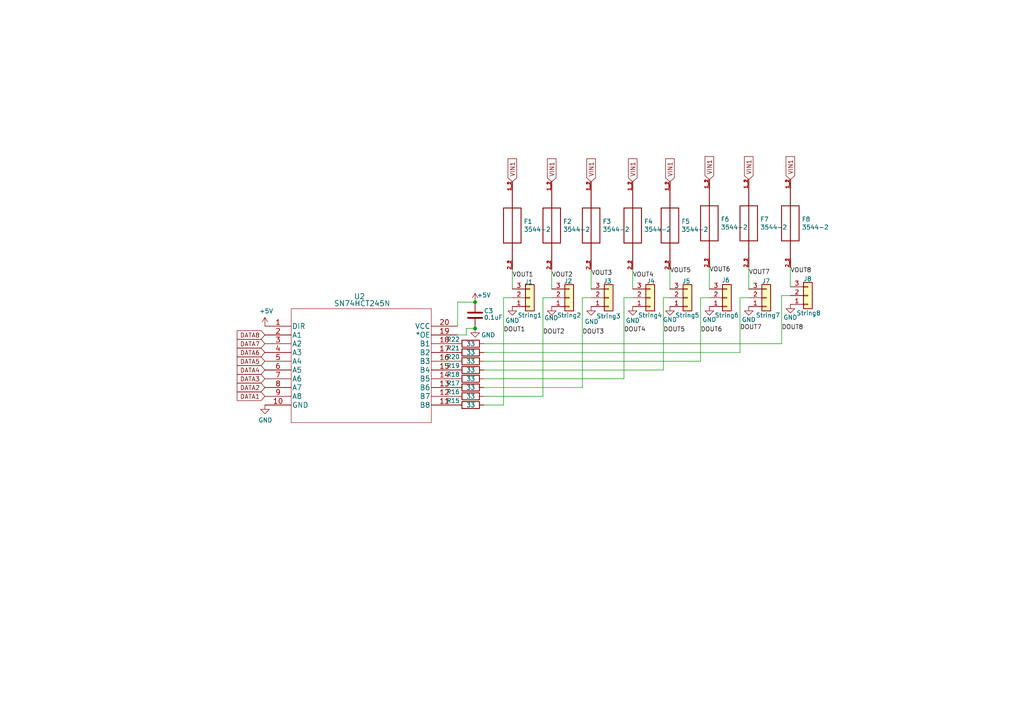
<source format=kicad_sch>
(kicad_sch (version 20211123) (generator eeschema)
  (paper "A4")
  (title_block (title "Pi_Zero_W_16") (date "2022-08-20") (rev "v1") (company "Scott Hanson"))
  (lib_symbols
    (symbol "Connector_Generic:Conn_01x03" (pin_names (offset 1.016) hide)
      (property "Reference" "J" (at 0 5.08 0))
      (property "Value" "Conn_01x03" (at 0 -5.08 0))
      (symbol "Conn_01x03_1_1"
        (rectangle (start -1.27 -2.413) (end 0 -2.667) (stroke (width 0.1524)))
        (rectangle (start -1.27 0.127) (end 0 -0.127) (stroke (width 0.1524)))
        (rectangle (start -1.27 2.667) (end 0 2.413) (stroke (width 0.1524)))
        (rectangle (start -1.27 3.81) (end 1.27 -3.81) (stroke (width 0.254)) (fill (type background)))
        (pin passive line (at -5.08 2.54 0) (length 3.81) (name "Pin_1") (number "1"))
        (pin passive line (at -5.08 0 0) (length 3.81) (name "Pin_2") (number "2"))
        (pin passive line (at -5.08 -2.54 0) (length 3.81) (name "Pin_3") (number "3"))
      )
    )
    (symbol "Device:R" (pin_numbers hide) (pin_names (offset 0))
      (property "Reference" "R" (at 2.032 0 90))
      (property "Value" "R" (at 0 0 90))
      (symbol "R_0_1"
        (rectangle (start -1.016 -2.54) (end 1.016 2.54) (stroke (width 0.254)))
      )
      (symbol "R_1_1"
        (pin passive line (at 0 3.81 270) (length 1.27) (name "~") (number "1"))
        (pin passive line (at 0 -3.81 90) (length 1.27) (name "~") (number "2"))
      )
    )
    (symbol "Pi_Zero_W_16-rescue:3544-2-Keystone_Fuse" (pin_names (offset 1.016) hide)
      (property "Reference" "F" (at -5.08 3.302 0))
      (property "Value" "3544-2-Keystone_Fuse" (at -5.08 -5.08 0))
      (symbol "3544-2-Keystone_Fuse_0_0"
        (polyline (pts (xy -12.7 0) (xy 12.7 0)) (stroke (width 0.254)))
        (polyline (pts (xy -5.08 -2.54) (xy -5.08 2.54)) (stroke (width 0.254)))
        (polyline (pts (xy -5.08 2.54) (xy 5.08 2.54)) (stroke (width 0.254)))
        (polyline (pts (xy 5.08 -2.54) (xy -5.08 -2.54)) (stroke (width 0.254)))
        (polyline (pts (xy 5.08 2.54) (xy 5.08 -2.54)) (stroke (width 0.254)))
        (pin passive line (at -12.7 0 0) (length 2.54) (name "1") (number "1_1"))
        (pin passive line (at -12.7 0 0) (length 2.54) (name "1") (number "1_2"))
        (pin passive line (at 12.7 0 180) (length 2.54) (name "2") (number "2_1"))
        (pin passive line (at 12.7 0 180) (length 2.54) (name "2") (number "2_2"))
      )
    )
    (symbol "Pi_Zero_W_16-rescue:C-Device" (pin_numbers hide) (pin_names (offset 0.254))
      (property "Reference" "C" (at 0.635 2.54 0))
      (property "Value" "C-Device" (at 0.635 -2.54 0))
      (symbol "C-Device_0_1"
        (polyline (pts (xy -2.032 -0.762) (xy 2.032 -0.762)) (stroke (width 0.508)))
        (polyline (pts (xy -2.032 0.762) (xy 2.032 0.762)) (stroke (width 0.508)))
      )
      (symbol "C-Device_1_1"
        (pin passive line (at 0 3.81 270) (length 2.794) (name "~") (number "1"))
        (pin passive line (at 0 -3.81 90) (length 2.794) (name "~") (number "2"))
      )
    )
    (symbol "Pi_Zero_W_16-rescue:SN74HCT245N-SN74HCT245N" (pin_names (offset 0.254))
      (property "Reference" "U" (at 27.94 10.16 0))
      (property "Value" "SN74HCT245N-SN74HCT245N" (at 27.94 7.62 0))
      (symbol "SN74HCT245N-SN74HCT245N_1_0"
        (polyline (pts (xy 7.62 -27.94) (xy 48.26 -27.94)) (stroke (width 0.127)))
        (polyline (pts (xy 7.62 5.08) (xy 7.62 -27.94)) (stroke (width 0.127)))
        (polyline (pts (xy 48.26 -27.94) (xy 48.26 5.08)) (stroke (width 0.127)))
        (polyline (pts (xy 48.26 5.08) (xy 7.62 5.08)) (stroke (width 0.127)))
        (pin input line (at 0 0 0) (length 7.62) (name "DIR") (number "1"))
        (pin power_in line (at 0 -22.86 0) (length 7.62) (name "GND") (number "10"))
        (pin bidirectional line (at 55.88 -22.86 180) (length 7.62) (name "B8") (number "11"))
        (pin bidirectional line (at 55.88 -20.32 180) (length 7.62) (name "B7") (number "12"))
        (pin bidirectional line (at 55.88 -17.78 180) (length 7.62) (name "B6") (number "13"))
        (pin bidirectional line (at 55.88 -15.24 180) (length 7.62) (name "B5") (number "14"))
        (pin bidirectional line (at 55.88 -12.7 180) (length 7.62) (name "B4") (number "15"))
        (pin bidirectional line (at 55.88 -10.16 180) (length 7.62) (name "B3") (number "16"))
        (pin bidirectional line (at 55.88 -7.62 180) (length 7.62) (name "B2") (number "17"))
        (pin bidirectional line (at 55.88 -5.08 180) (length 7.62) (name "B1") (number "18"))
        (pin input line (at 55.88 -2.54 180) (length 7.62) (name "*OE") (number "19"))
        (pin bidirectional line (at 0 -2.54 0) (length 7.62) (name "A1") (number "2"))
        (pin power_in line (at 55.88 0 180) (length 7.62) (name "VCC") (number "20"))
        (pin bidirectional line (at 0 -5.08 0) (length 7.62) (name "A2") (number "3"))
        (pin bidirectional line (at 0 -7.62 0) (length 7.62) (name "A3") (number "4"))
        (pin bidirectional line (at 0 -10.16 0) (length 7.62) (name "A4") (number "5"))
        (pin bidirectional line (at 0 -12.7 0) (length 7.62) (name "A5") (number "6"))
        (pin bidirectional line (at 0 -15.24 0) (length 7.62) (name "A6") (number "7"))
        (pin bidirectional line (at 0 -17.78 0) (length 7.62) (name "A7") (number "8"))
        (pin bidirectional line (at 0 -20.32 0) (length 7.62) (name "A8") (number "9"))
      )
    )
    (symbol "power:+5V" (power) (pin_names (offset 0))
      (property "Value" "+5V" (at 0 3.556 0))
      (symbol "+5V_0_1"
        (polyline (pts (xy -0.762 1.27) (xy 0 2.54)))
        (polyline (pts (xy 0 0) (xy 0 2.54)))
        (polyline (pts (xy 0 2.54) (xy 0.762 1.27)))
      )
      (symbol "+5V_1_1"
        (pin power_in line (at 0 0 90) (length 0) hide (name "+5V") (number "1"))
      )
    )
    (symbol "power:GND" (power) (pin_names (offset 0))
      (property "Value" "GND" (at 0 -3.81 0))
      (symbol "GND_0_1"
        (polyline (pts (xy 0 0) (xy 0 -1.27) (xy 1.27 -1.27) (xy 0 -2.54) (xy -1.27 -1.27) (xy 0 -1.27)))
      )
      (symbol "GND_1_1"
        (pin power_in line (at 0 0 270) (length 0) hide (name "GND") (number "1"))
      )
    )
  )
  (junction (at 137.795 95.25))
  (junction (at 137.795 87.63))
  (wire (pts (xy 194.31 78.105) (xy 194.31 83.82)))
  (wire (pts (xy 140.335 104.775) (xy 203.2 104.775)))
  (wire (pts (xy 226.695 99.695) (xy 226.695 85.725)))
  (wire (pts (xy 132.715 97.155) (xy 135.255 97.155)))
  (wire (pts (xy 205.74 77.47) (xy 205.74 83.82)))
  (wire (pts (xy 217.17 86.36) (xy 214.63 86.36)))
  (wire (pts (xy 214.63 86.36) (xy 214.63 102.235)))
  (wire (pts (xy 132.715 87.63) (xy 132.715 94.615)))
  (wire (pts (xy 148.59 86.36) (xy 146.05 86.36)))
  (wire (pts (xy 135.255 95.25) (xy 137.795 95.25)))
  (wire (pts (xy 148.59 78.105) (xy 148.59 83.82)))
  (wire (pts (xy 160.02 86.36) (xy 157.48 86.36)))
  (wire (pts (xy 135.255 97.155) (xy 135.255 95.25)))
  (wire (pts (xy 140.335 99.695) (xy 226.695 99.695)))
  (wire (pts (xy 168.91 86.36) (xy 168.91 112.395)))
  (wire (pts (xy 183.515 86.36) (xy 180.975 86.36)))
  (wire (pts (xy 203.2 86.36) (xy 205.74 86.36)))
  (wire (pts (xy 171.45 86.36) (xy 168.91 86.36)))
  (wire (pts (xy 226.695 85.725) (xy 229.235 85.725)))
  (wire (pts (xy 214.63 102.235) (xy 140.335 102.235)))
  (wire (pts (xy 194.31 86.36) (xy 192.405 86.36)))
  (wire (pts (xy 146.05 86.36) (xy 146.05 117.475)))
  (wire (pts (xy 192.405 107.315) (xy 140.335 107.315)))
  (wire (pts (xy 157.48 86.36) (xy 157.48 114.935)))
  (wire (pts (xy 146.05 117.475) (xy 140.335 117.475)))
  (wire (pts (xy 157.48 114.935) (xy 140.335 114.935)))
  (wire (pts (xy 217.17 77.47) (xy 217.17 83.82)))
  (wire (pts (xy 183.515 78.105) (xy 183.515 83.82)))
  (wire (pts (xy 171.45 78.105) (xy 171.45 83.82)))
  (wire (pts (xy 229.235 77.47) (xy 229.235 83.185)))
  (wire (pts (xy 203.2 104.775) (xy 203.2 86.36)))
  (wire (pts (xy 137.795 87.63) (xy 132.715 87.63)))
  (wire (pts (xy 192.405 86.36) (xy 192.405 107.315)))
  (wire (pts (xy 168.91 112.395) (xy 140.335 112.395)))
  (wire (pts (xy 180.975 109.855) (xy 140.335 109.855)))
  (wire (pts (xy 180.975 86.36) (xy 180.975 109.855)))
  (wire (pts (xy 160.02 78.105) (xy 160.02 83.82)))
  (label "VOUT7" (at 217.17 79.883 0))
  (label "VOUT2" (at 160.02 80.645 0))
  (label "DOUT3" (at 168.91 97.155 0))
  (label "VOUT3" (at 171.45 80.137 0))
  (label "DOUT6" (at 203.2 96.52 0))
  (label "DOUT2" (at 157.48 97.155 0))
  (label "DOUT8" (at 226.695 95.885 0))
  (label "VOUT5" (at 194.31 79.375 0))
  (label "DOUT1" (at 146.05 96.52 0))
  (label "VOUT1" (at 148.59 80.645 0))
  (label "DOUT5" (at 192.405 96.52 0))
  (label "VOUT6" (at 205.74 79.121 0))
  (label "VOUT4" (at 183.515 80.645 0))
  (label "DOUT7" (at 214.63 95.885 0))
  (label "VOUT8" (at 229.235 79.375 0))
  (label "DOUT4" (at 180.975 96.52 0))
  (global_label "VIN1" (shape input) (at 171.45 52.705 90) (property "Intersheet References" "${INTERSHEET_REFS}" (effects hide)))
  (global_label "DATA2" (shape input) (at 76.835 112.395 180) (property "Intersheet References" "${INTERSHEET_REFS}" (effects hide)))
  (global_label "VIN1" (shape input) (at 217.17 52.07 90) (property "Intersheet References" "${INTERSHEET_REFS}" (effects hide)))
  (global_label "DATA8" (shape input) (at 76.835 97.155 180) (property "Intersheet References" "${INTERSHEET_REFS}" (effects hide)))
  (global_label "DATA6" (shape input) (at 76.835 102.235 180) (property "Intersheet References" "${INTERSHEET_REFS}" (effects hide)))
  (global_label "DATA1" (shape input) (at 76.835 114.935 180) (property "Intersheet References" "${INTERSHEET_REFS}" (effects hide)))
  (global_label "DATA4" (shape input) (at 76.835 107.315 180) (property "Intersheet References" "${INTERSHEET_REFS}" (effects hide)))
  (global_label "DATA3" (shape input) (at 76.835 109.855 180) (property "Intersheet References" "${INTERSHEET_REFS}" (effects hide)))
  (global_label "DATA7" (shape input) (at 76.835 99.695 180) (property "Intersheet References" "${INTERSHEET_REFS}" (effects hide)))
  (global_label "DATA5" (shape input) (at 76.835 104.775 180) (property "Intersheet References" "${INTERSHEET_REFS}" (effects hide)))
  (global_label "VIN1" (shape input) (at 183.515 52.705 90) (property "Intersheet References" "${INTERSHEET_REFS}" (effects hide)))
  (global_label "VIN1" (shape input) (at 229.235 52.07 90) (property "Intersheet References" "${INTERSHEET_REFS}" (effects hide)))
  (global_label "VIN1" (shape input) (at 194.31 52.705 90) (property "Intersheet References" "${INTERSHEET_REFS}" (effects hide)))
  (global_label "VIN1" (shape input) (at 160.02 52.705 90) (property "Intersheet References" "${INTERSHEET_REFS}" (effects hide)))
  (global_label "VIN1" (shape input) (at 205.74 52.07 90) (property "Intersheet References" "${INTERSHEET_REFS}" (effects hide)))
  (global_label "VIN1" (shape input) (at 148.59 52.705 90) (property "Intersheet References" "${INTERSHEET_REFS}" (effects hide)))
  (symbol (lib_id "Connector_Generic:Conn_01x03") (at 153.67 86.36 0) (mirror x) (unit 1)
    (property "Reference" "J1" (at 152.146 81.788 0) (effects (justify left)))
    (property "Value" "String1" (at 150.114 91.44 0) (effects (justify left)))
    (property "Footprint" "Scotts:PhoenixContact_MCV_3.81mm_3.5mm_1x03_Vertical" (effects hide))
    (property "Digi-Key_PN" "277-5737-ND/ED10555-ND" (effects hide))
    (property "MPN" "1843619/OSTTJ0311530" (effects hide))
    (property "LCSC" "C192778" (effects hide))
  )
  (symbol (lib_id "Connector_Generic:Conn_01x03") (at 165.1 86.36 0) (mirror x) (unit 1)
    (property "Reference" "J2" (at 163.576 81.534 0) (effects (justify left)))
    (property "Value" "String2" (at 161.544 91.44 0) (effects (justify left)))
    (property "Footprint" "Scotts:PhoenixContact_MCV_3.81mm_3.5mm_1x03_Vertical" (effects hide))
    (property "Digi-Key_PN" "277-5737-ND/ED10555-ND" (effects hide))
    (property "MPN" "1843619/OSTTJ0311530" (effects hide))
    (property "LCSC" "C192778" (effects hide))
  )
  (symbol (lib_id "Connector_Generic:Conn_01x03") (at 176.53 86.36 0) (mirror x) (unit 1)
    (property "Reference" "J3" (at 175.006 81.534 0) (effects (justify left)))
    (property "Value" "String3" (at 172.974 91.694 0) (effects (justify left)))
    (property "Footprint" "Scotts:PhoenixContact_MCV_3.81mm_3.5mm_1x03_Vertical" (effects hide))
    (property "Digi-Key_PN" "277-5737-ND/ED10555-ND" (effects hide))
    (property "MPN" "1843619/OSTTJ0311530" (effects hide))
    (property "LCSC" "C192778" (effects hide))
  )
  (symbol (lib_id "Connector_Generic:Conn_01x03") (at 188.595 86.36 0) (mirror x) (unit 1)
    (property "Reference" "J4" (at 187.579 81.534 0) (effects (justify left)))
    (property "Value" "String4" (at 185.039 91.44 0) (effects (justify left)))
    (property "Footprint" "Scotts:PhoenixContact_MCV_3.81mm_3.5mm_1x03_Vertical" (effects hide))
    (property "Digi-Key_PN" "277-5737-ND/ED10555-ND" (effects hide))
    (property "MPN" "1843619/OSTTJ0311530" (effects hide))
    (property "LCSC" "C192778" (effects hide))
  )
  (symbol (lib_id "Connector_Generic:Conn_01x03") (at 199.39 86.36 0) (mirror x) (unit 1)
    (property "Reference" "J5" (at 197.866 81.534 0) (effects (justify left)))
    (property "Value" "String5" (at 195.834 91.44 0) (effects (justify left)))
    (property "Footprint" "Scotts:PhoenixContact_MCV_3.81mm_3.5mm_1x03_Vertical" (effects hide))
    (property "Digi-Key_PN" "277-5737-ND/ED10555-ND" (effects hide))
    (property "MPN" "1843619/OSTTJ0311530" (effects hide))
    (property "LCSC" "C192778" (effects hide))
  )
  (symbol (lib_id "Connector_Generic:Conn_01x03") (at 210.82 86.36 0) (mirror x) (unit 1)
    (property "Reference" "J6" (at 209.296 81.28 0) (effects (justify left)))
    (property "Value" "String6" (at 207.264 91.44 0) (effects (justify left)))
    (property "Footprint" "Scotts:PhoenixContact_MCV_3.81mm_3.5mm_1x03_Vertical" (effects hide))
    (property "Digi-Key_PN" "277-5737-ND/ED10555-ND" (effects hide))
    (property "MPN" "1843619/OSTTJ0311530" (effects hide))
    (property "LCSC" "C192778" (effects hide))
  )
  (symbol (lib_id "Connector_Generic:Conn_01x03") (at 222.25 86.36 0) (mirror x) (unit 1)
    (property "Reference" "J7" (at 220.98 81.534 0) (effects (justify left)))
    (property "Value" "String7" (at 219.202 91.44 0) (effects (justify left)))
    (property "Footprint" "Scotts:PhoenixContact_MCV_3.81mm_3.5mm_1x03_Vertical" (effects hide))
    (property "Digi-Key_PN" "277-5737-ND/ED10555-ND" (effects hide))
    (property "MPN" "1843619/OSTTJ0311530" (effects hide))
    (property "LCSC" "C192778" (effects hide))
  )
  (symbol (lib_id "Connector_Generic:Conn_01x03") (at 234.315 85.725 0) (mirror x) (unit 1)
    (property "Reference" "J8" (at 233.045 80.899 0) (effects (justify left)))
    (property "Value" "String8" (at 231.013 90.805 0) (effects (justify left)))
    (property "Footprint" "Scotts:PhoenixContact_MCV_3.81mm_3.5mm_1x03_Vertical" (effects hide))
    (property "Digi-Key_PN" "277-5737-ND/ED10555-ND" (effects hide))
    (property "MPN" "1843619/OSTTJ0311530" (effects hide))
    (property "LCSC" "C192778" (effects hide))
  )
  (symbol (lib_id "power:GND") (at 148.59 88.9 0) (unit 1)
    (property "Reference" "#PWR012" (effects hide))
    (property "Value" "GND" (at 148.59 92.964 0))
  )
  (symbol (lib_id "power:GND") (at 160.02 88.9 0) (unit 1)
    (property "Reference" "#PWR013" (effects hide))
    (property "Value" "GND" (at 159.893 92.202 0))
  )
  (symbol (lib_id "power:GND") (at 171.45 88.9 0) (unit 1)
    (property "Reference" "#PWR014" (effects hide))
    (property "Value" "GND" (at 171.577 93.2942 0))
  )
  (symbol (lib_id "power:GND") (at 183.515 88.9 0) (unit 1)
    (property "Reference" "#PWR015" (effects hide))
    (property "Value" "GND" (at 183.515 92.964 0))
  )
  (symbol (lib_id "power:GND") (at 194.31 88.9 0) (unit 1)
    (property "Reference" "#PWR016" (effects hide))
    (property "Value" "GND" (at 194.31 92.71 0))
  )
  (symbol (lib_id "power:GND") (at 205.74 88.9 0) (unit 1)
    (property "Reference" "#PWR017" (effects hide))
    (property "Value" "GND" (at 205.74 92.71 0))
  )
  (symbol (lib_id "power:GND") (at 217.17 88.9 0) (unit 1)
    (property "Reference" "#PWR018" (effects hide))
    (property "Value" "GND" (at 217.17 92.71 0))
  )
  (symbol (lib_id "power:GND") (at 229.235 88.265 0) (unit 1)
    (property "Reference" "#PWR019" (effects hide))
    (property "Value" "GND" (at 229.235 92.075 0))
  )
  (symbol (lib_id "Pi_Zero_W_16-rescue:3544-2-Keystone_Fuse") (at 160.02 65.405 270) (unit 1)
    (property "Reference" "F2" (at 163.322 64.2366 90) (effects (justify left)))
    (property "Value" "3544-2" (at 163.322 66.548 90) (effects (justify left)))
    (property "Footprint" "Scotts:FUSE_3544-2" (effects hide))
    (property "Field4" "3544-2" (effects hide))
    (property "Field5" "None" (effects hide))
    (property "Field6" "Unavailable" (effects hide))
    (property "Field7" "Fuse Clip; 500 VAC; 30 A; PCB; For 0.110 in. x 0.032 in. mini blade fuses" (effects hide))
    (property "Field8" "Keystone Electronics" (effects hide))
    (property "Digi-Key_PN" "36-3544-2-ND" (effects hide))
    (property "MPN" "3544-2" (effects hide))
    (property "LCSC" "C492610" (effects hide))
  )
  (symbol (lib_id "Pi_Zero_W_16-rescue:3544-2-Keystone_Fuse") (at 171.45 65.405 270) (unit 1)
    (property "Reference" "F3" (at 174.752 64.2366 90) (effects (justify left)))
    (property "Value" "3544-2" (at 174.752 66.548 90) (effects (justify left)))
    (property "Footprint" "Scotts:FUSE_3544-2" (effects hide))
    (property "Field4" "3544-2" (effects hide))
    (property "Field5" "None" (effects hide))
    (property "Field6" "Unavailable" (effects hide))
    (property "Field7" "Fuse Clip; 500 VAC; 30 A; PCB; For 0.110 in. x 0.032 in. mini blade fuses" (effects hide))
    (property "Field8" "Keystone Electronics" (effects hide))
    (property "Digi-Key_PN" "36-3544-2-ND" (effects hide))
    (property "MPN" "3544-2" (effects hide))
    (property "LCSC" "C492610" (effects hide))
  )
  (symbol (lib_id "Pi_Zero_W_16-rescue:3544-2-Keystone_Fuse") (at 183.515 65.405 270) (unit 1)
    (property "Reference" "F4" (at 186.817 64.2366 90) (effects (justify left)))
    (property "Value" "3544-2" (at 186.817 66.548 90) (effects (justify left)))
    (property "Footprint" "Scotts:FUSE_3544-2" (effects hide))
    (property "Field4" "3544-2" (effects hide))
    (property "Field5" "None" (effects hide))
    (property "Field6" "Unavailable" (effects hide))
    (property "Field7" "Fuse Clip; 500 VAC; 30 A; PCB; For 0.110 in. x 0.032 in. mini blade fuses" (effects hide))
    (property "Field8" "Keystone Electronics" (effects hide))
    (property "Digi-Key_PN" "36-3544-2-ND" (effects hide))
    (property "MPN" "3544-2" (effects hide))
    (property "LCSC" "C492610" (effects hide))
  )
  (symbol (lib_id "Pi_Zero_W_16-rescue:3544-2-Keystone_Fuse") (at 194.31 65.405 270) (unit 1)
    (property "Reference" "F5" (at 197.612 64.2366 90) (effects (justify left)))
    (property "Value" "3544-2" (at 197.612 66.548 90) (effects (justify left)))
    (property "Footprint" "Scotts:FUSE_3544-2" (effects hide))
    (property "Field4" "3544-2" (effects hide))
    (property "Field5" "None" (effects hide))
    (property "Field6" "Unavailable" (effects hide))
    (property "Field7" "Fuse Clip; 500 VAC; 30 A; PCB; For 0.110 in. x 0.032 in. mini blade fuses" (effects hide))
    (property "Field8" "Keystone Electronics" (effects hide))
    (property "Digi-Key_PN" "36-3544-2-ND" (effects hide))
    (property "MPN" "3544-2" (effects hide))
    (property "LCSC" "C492610" (effects hide))
  )
  (symbol (lib_id "Pi_Zero_W_16-rescue:3544-2-Keystone_Fuse") (at 205.74 64.77 270) (unit 1)
    (property "Reference" "F6" (at 209.042 63.6016 90) (effects (justify left)))
    (property "Value" "3544-2" (at 209.042 65.913 90) (effects (justify left)))
    (property "Footprint" "Scotts:FUSE_3544-2" (effects hide))
    (property "Field4" "3544-2" (effects hide))
    (property "Field5" "None" (effects hide))
    (property "Field6" "Unavailable" (effects hide))
    (property "Field7" "Fuse Clip; 500 VAC; 30 A; PCB; For 0.110 in. x 0.032 in. mini blade fuses" (effects hide))
    (property "Field8" "Keystone Electronics" (effects hide))
    (property "Digi-Key_PN" "36-3544-2-ND" (effects hide))
    (property "MPN" "3544-2" (effects hide))
    (property "LCSC" "C492610" (effects hide))
  )
  (symbol (lib_id "Pi_Zero_W_16-rescue:3544-2-Keystone_Fuse") (at 217.17 64.77 270) (unit 1)
    (property "Reference" "F7" (at 220.472 63.6016 90) (effects (justify left)))
    (property "Value" "3544-2" (at 220.472 65.913 90) (effects (justify left)))
    (property "Footprint" "Scotts:FUSE_3544-2" (effects hide))
    (property "Field4" "3544-2" (effects hide))
    (property "Field5" "None" (effects hide))
    (property "Field6" "Unavailable" (effects hide))
    (property "Field7" "Fuse Clip; 500 VAC; 30 A; PCB; For 0.110 in. x 0.032 in. mini blade fuses" (effects hide))
    (property "Field8" "Keystone Electronics" (effects hide))
    (property "Digi-Key_PN" "36-3544-2-ND" (effects hide))
    (property "MPN" "3544-2" (effects hide))
    (property "LCSC" "C492610" (effects hide))
  )
  (symbol (lib_id "Pi_Zero_W_16-rescue:3544-2-Keystone_Fuse") (at 229.235 64.77 270) (unit 1)
    (property "Reference" "F8" (at 232.537 63.6016 90) (effects (justify left)))
    (property "Value" "3544-2" (at 232.537 65.913 90) (effects (justify left)))
    (property "Footprint" "Scotts:FUSE_3544-2" (effects hide))
    (property "Field4" "3544-2" (effects hide))
    (property "Field5" "None" (effects hide))
    (property "Field6" "Unavailable" (effects hide))
    (property "Field7" "Fuse Clip; 500 VAC; 30 A; PCB; For 0.110 in. x 0.032 in. mini blade fuses" (effects hide))
    (property "Field8" "Keystone Electronics" (effects hide))
    (property "Digi-Key_PN" "36-3544-2-ND" (effects hide))
    (property "MPN" "3544-2" (effects hide))
    (property "LCSC" "C492610" (effects hide))
  )
  (symbol (lib_id "power:GND") (at 137.795 95.25 0) (unit 1)
    (property "Reference" "#PWR011" (effects hide))
    (property "Value" "GND" (at 141.605 97.155 0))
  )
  (symbol (lib_id "power:+5V") (at 76.835 94.615 0) (unit 1)
    (property "Reference" "#PWR08" (effects hide))
    (property "Value" "+5V" (at 77.216 90.2208 0))
  )
  (symbol (lib_id "power:GND") (at 76.835 117.475 0) (unit 1)
    (property "Reference" "#PWR09" (effects hide))
    (property "Value" "GND" (at 76.962 121.8692 0))
  )
  (symbol (lib_id "Pi_Zero_W_16-rescue:C-Device") (at 137.795 91.44 0) (unit 1)
    (property "Reference" "C3" (at 140.335 90.17 0) (effects (justify left)))
    (property "Value" "0.1uF" (at 140.335 92.075 0) (effects (justify left)))
    (property "Footprint" "Capacitor_SMD:C_0603_1608Metric_Pad1.08x0.95mm_HandSolder" (effects hide))
    (property "Digi-Key_PN" "1276-1935-2-ND" (effects hide))
    (property "MPN" "CL10B104KB8NNWC" (effects hide))
    (property "LCSC" "C14663" (effects hide))
  )
  (symbol (lib_id "power:+5V") (at 137.795 87.63 0) (unit 1)
    (property "Reference" "#PWR010" (effects hide))
    (property "Value" "+5V" (at 140.335 85.598 0))
  )
  (symbol (lib_id "Pi_Zero_W_16-rescue:SN74HCT245N-SN74HCT245N") (at 76.835 94.615 0) (unit 1)
    (property "Reference" "U2" (at 104.267 85.979 0) (effects (font (size 1.524 1.524))))
    (property "Value" "SN74HCT245N" (at 105.029 88.011 0) (effects (font (size 1.524 1.524))))
    (property "Footprint" "SN74HCT245NSR:SN74HCT245NSR" (effects hide))
    (property "Digi-Key_PN" "296-15849-1-ND" (effects hide))
    (property "MPN" "SN74HCT245NSR" (effects hide))
    (property "LCSC" "C133641" (effects hide))
  )
  (symbol (lib_id "Pi_Zero_W_16-rescue:3544-2-Keystone_Fuse") (at 148.59 65.405 270) (unit 1)
    (property "Reference" "F1" (at 151.892 64.2366 90) (effects (justify left)))
    (property "Value" "3544-2" (at 151.892 66.548 90) (effects (justify left)))
    (property "Footprint" "Scotts:FUSE_3544-2" (effects hide))
    (property "Field4" "3544-2" (effects hide))
    (property "Field5" "None" (effects hide))
    (property "Field6" "Unavailable" (effects hide))
    (property "Field7" "Fuse Clip; 500 VAC; 30 A; PCB; For 0.110 in. x 0.032 in. mini blade fuses" (effects hide))
    (property "Field8" "Keystone Electronics" (effects hide))
    (property "Digi-Key_PN" "36-3544-2-ND" (effects hide))
    (property "MPN" "3544-2" (effects hide))
    (property "LCSC" "C492610" (effects hide))
  )
  (symbol (lib_id "Device:R") (at 136.525 102.235 90) (unit 1)
    (property "Reference" "R21" (at 131.445 100.965 90))
    (property "Value" "33" (at 136.525 102.235 90))
    (property "Footprint" "Resistor_SMD:R_0603_1608Metric_Pad0.98x0.95mm_HandSolder" (effects hide))
    (property "LCSC" "C23140" (effects hide))
    (property "Digi-Key_PN" "311-33.0HRCT-ND" (effects hide))
    (property "MPN" "RC0603FR-0733RL" (effects hide))
  )
  (symbol (lib_id "Device:R") (at 136.525 104.775 90) (unit 1)
    (property "Reference" "R20" (at 131.445 103.505 90))
    (property "Value" "33" (at 136.525 104.775 90))
    (property "Footprint" "Resistor_SMD:R_0603_1608Metric_Pad0.98x0.95mm_HandSolder" (effects hide))
    (property "LCSC" "C23140" (effects hide))
    (property "Digi-Key_PN" "311-33.0HRCT-ND" (effects hide))
    (property "MPN" "RC0603FR-0733RL" (effects hide))
  )
  (symbol (lib_id "Device:R") (at 136.525 112.395 90) (unit 1)
    (property "Reference" "R17" (at 131.445 111.125 90))
    (property "Value" "33" (at 136.525 112.395 90))
    (property "Footprint" "Resistor_SMD:R_0603_1608Metric_Pad0.98x0.95mm_HandSolder" (effects hide))
    (property "LCSC" "C23140" (effects hide))
    (property "Digi-Key_PN" "311-33.0HRCT-ND" (effects hide))
    (property "MPN" "RC0603FR-0733RL" (effects hide))
  )
  (symbol (lib_id "Device:R") (at 136.525 114.935 90) (unit 1)
    (property "Reference" "R16" (at 131.445 113.665 90))
    (property "Value" "33" (at 136.525 114.935 90))
    (property "Footprint" "Resistor_SMD:R_0603_1608Metric_Pad0.98x0.95mm_HandSolder" (effects hide))
    (property "LCSC" "C23140" (effects hide))
    (property "Digi-Key_PN" "311-33.0HRCT-ND" (effects hide))
    (property "MPN" "RC0603FR-0733RL" (effects hide))
  )
  (symbol (lib_id "Device:R") (at 136.525 99.695 90) (unit 1)
    (property "Reference" "R22" (at 131.445 98.425 90))
    (property "Value" "33" (at 136.525 99.695 90))
    (property "Footprint" "Resistor_SMD:R_0603_1608Metric_Pad0.98x0.95mm_HandSolder" (effects hide))
    (property "LCSC" "C23140" (effects hide))
    (property "Digi-Key_PN" "311-33.0HRCT-ND" (effects hide))
    (property "MPN" "RC0603FR-0733RL" (effects hide))
  )
  (symbol (lib_id "Device:R") (at 136.525 117.475 90) (unit 1)
    (property "Reference" "R15" (at 131.445 116.205 90))
    (property "Value" "33" (at 136.525 117.475 90))
    (property "Footprint" "Resistor_SMD:R_0603_1608Metric_Pad0.98x0.95mm_HandSolder" (effects hide))
    (property "LCSC" "C23140" (effects hide))
    (property "Digi-Key_PN" "311-33.0HRCT-ND" (effects hide))
    (property "MPN" "RC0603FR-0733RL" (effects hide))
  )
  (symbol (lib_id "Device:R") (at 136.525 109.855 90) (unit 1)
    (property "Reference" "R18" (at 131.445 108.585 90))
    (property "Value" "33" (at 136.525 109.855 90))
    (property "Footprint" "Resistor_SMD:R_0603_1608Metric_Pad0.98x0.95mm_HandSolder" (effects hide))
    (property "LCSC" "C23140" (effects hide))
    (property "Digi-Key_PN" "311-33.0HRCT-ND" (effects hide))
    (property "MPN" "RC0603FR-0733RL" (effects hide))
  )
  (symbol (lib_id "Device:R") (at 136.525 107.315 90) (unit 1)
    (property "Reference" "R19" (at 131.445 106.045 90))
    (property "Value" "33" (at 136.525 107.315 90))
    (property "Footprint" "Resistor_SMD:R_0603_1608Metric_Pad0.98x0.95mm_HandSolder" (effects hide))
    (property "LCSC" "C23140" (effects hide))
    (property "Digi-Key_PN" "311-33.0HRCT-ND" (effects hide))
    (property "MPN" "RC0603FR-0733RL" (effects hide))
  )
)
</source>
